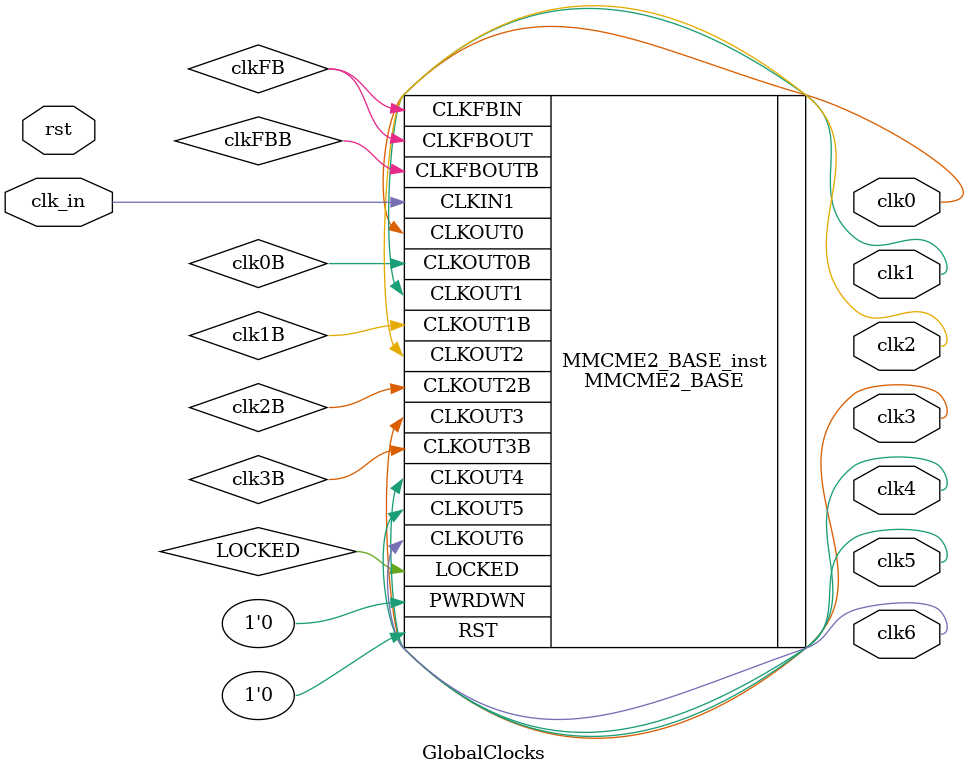
<source format=v>
`timescale 1ns / 1ps // <simulation time step> / <simulation time step precision>

module GlobalClocks#(
    parameter real 
        div0 = 8, div1 = 4, div2 = 2, div3 = 4, div4 = 4,      div5 = 8, div6 = 80,
        phs0 = 0, phs1 = 0, phs2 = 0, phs3 = 0, phs4 = 123.75, phs5 = 0, phs6 = 0,
    parameter mmcmloc = "MMCME2_ADV_X1Y2"
)(
    input  wire clk_in,
    input  wire rst,
    output wire clk0, clk1, clk2, clk3, clk4, clk5, clk6
);

wire clk0B, clk1B, clk2B, clk3B, clkFB, clkFBB, LOCKED;
// MMCME2_BASE: Base Mixed Mode Clock Manager
// 7 Series
// Xilinx HDL Libraries Guide, version 2012.2
(* LOC = mmcmloc *)
MMCME2_BASE #(
    .BANDWIDTH("OPTIMIZED"), // Jitter programming (OPTIMIZED, HIGH, LOW)
    .CLKFBOUT_MULT_F(8.0), // Multiplicative factor (2.000-64.000) for all CLKOUTn's frequencies.
    .CLKFBOUT_PHASE(0.0), // Phase offset in degrees of CLKFB (-360.000-360.000).
    .CLKIN1_PERIOD(10.0), // Input clock period in ns with ps resolution (e.g. 15.625 is 64 MHz).
    .CLKOUT0_DIVIDE_F(div0), // Frequency divisor for CLKOUTn (1.000-128.000). fn = 800 MHz/divn
    .CLKOUT1_DIVIDE(div1), // div1-div6 must be integers
    .CLKOUT2_DIVIDE(div2),
    .CLKOUT3_DIVIDE(div3),
    .CLKOUT4_DIVIDE(div4),
    .CLKOUT5_DIVIDE(div5),
    .CLKOUT6_DIVIDE(div6),
    // CLKOUT0_DUTY_CYCLE - CLKOUT6_DUTY_CYCLE: Duty cycle for each CLKOUT (0.01-0.99).
    .CLKOUT0_DUTY_CYCLE(0.5),
    .CLKOUT1_DUTY_CYCLE(0.5),
    .CLKOUT2_DUTY_CYCLE(0.5),
    .CLKOUT3_DUTY_CYCLE(0.5),
    .CLKOUT4_DUTY_CYCLE(0.5),
    .CLKOUT5_DUTY_CYCLE(0.5),
    .CLKOUT6_DUTY_CYCLE(0.5),
    // CLKOUT0_PHASE - CLKOUT6_PHASE: Phase offset for each CLKOUT (-360.000-360.000).
    .CLKOUT0_PHASE(phs0),
    .CLKOUT1_PHASE(phs1),
    .CLKOUT2_PHASE(phs2),
    .CLKOUT3_PHASE(phs3),
    .CLKOUT4_PHASE(phs4),
    .CLKOUT5_PHASE(phs5),
    .CLKOUT6_PHASE(phs6),
    .CLKOUT4_CASCADE("FALSE"), // Cascade CLKOUT4 counter with CLKOUT6 (FALSE, TRUE)
    .DIVCLK_DIVIDE(1), // Overall frequency divisor (1-106) for all generated clocks.
    .REF_JITTER1(0.0), // Reference input jitter in the unit interval (0.000-0.999).
    .STARTUP_WAIT("FALSE")) // If STARTUP_WAIT is TRUE, DONE goes HIGH after the MMCM locks. DONE is unused in our design, which resets 100 mu s after the FPGA is programmed.
MMCME2_BASE_inst (
    // Clock Outputs: 1-bit (each) output: User configurable clock outputs
    .CLKOUT0(clk0),     // 1-bit output: CLKOUT0
    .CLKOUT0B(clk0B),   // 1-bit output: Inverted CLKOUT0
    .CLKOUT1(clk1),     // 1-bit output: CLKOUT1
    .CLKOUT1B(clk1B),   // 1-bit output: Inverted CLKOUT1
    .CLKOUT2(clk2),     // 1-bit output: CLKOUT2
    .CLKOUT2B(clk2B),   // 1-bit output: Inverted CLKOUT2
    .CLKOUT3(clk3),     // 1-bit output: CLKOUT3
    .CLKOUT3B(clk3B),   // 1-bit output: Inverted CLKOUT3
    .CLKOUT4(clk4),     // 1-bit output: CLKOUT4
    .CLKOUT5(clk5),     // 1-bit output: CLKOUT5
    .CLKOUT6(clk6),     // 1-bit output: CLKOUT6
    // Feedback Clocks: 1-bit (each) output: Clock feedback ports
    .CLKFBOUT(clkFB),   // 1-bit output: Feedback clock
    .CLKFBOUTB(clkFBB), // 1-bit output: Inverted CLKFBOUT
    // Status Ports: 1-bit (each) output: MMCM status ports
    .LOCKED(LOCKED),    // 1-bit output: LOCK
    // Clock Inputs: 1-bit (each) input: Clock input
    .CLKIN1(clk_in),    // 1-bit input: Clock
    // Control Ports: 1-bit (each) input: MMCM control ports
    .PWRDWN(1'b0),      // 1-bit input: Power-down
    .RST(1'b0),         // 1-bit input: Reset
    // Feedback Clocks: 1-bit (each) input: Clock feedback ports
    .CLKFBIN(clkFB));   // 1-bit input: Feedback clock
// End of MMCME2_BASE_inst instantiation

endmodule
</source>
